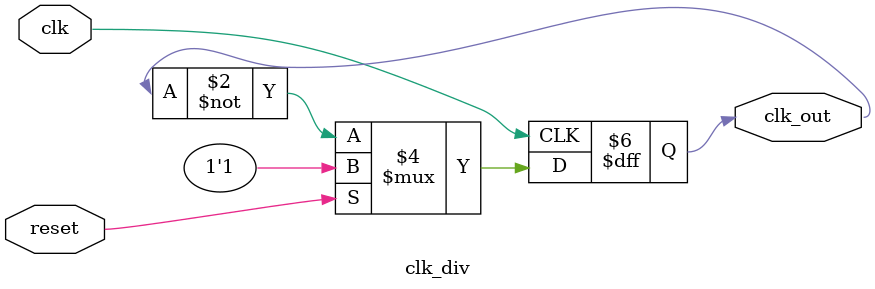
<source format=v>
`default_nettype none
`timescale 10ns/1ns

module clk_div(
	input clk,
	input reset,
	output reg clk_out
);

	//;wire 	in;
	

always @(posedge clk)
begin
	if (reset)
		clk_out = 1;
	else
		clk_out <= ~clk_out;
end


endmodule

</source>
